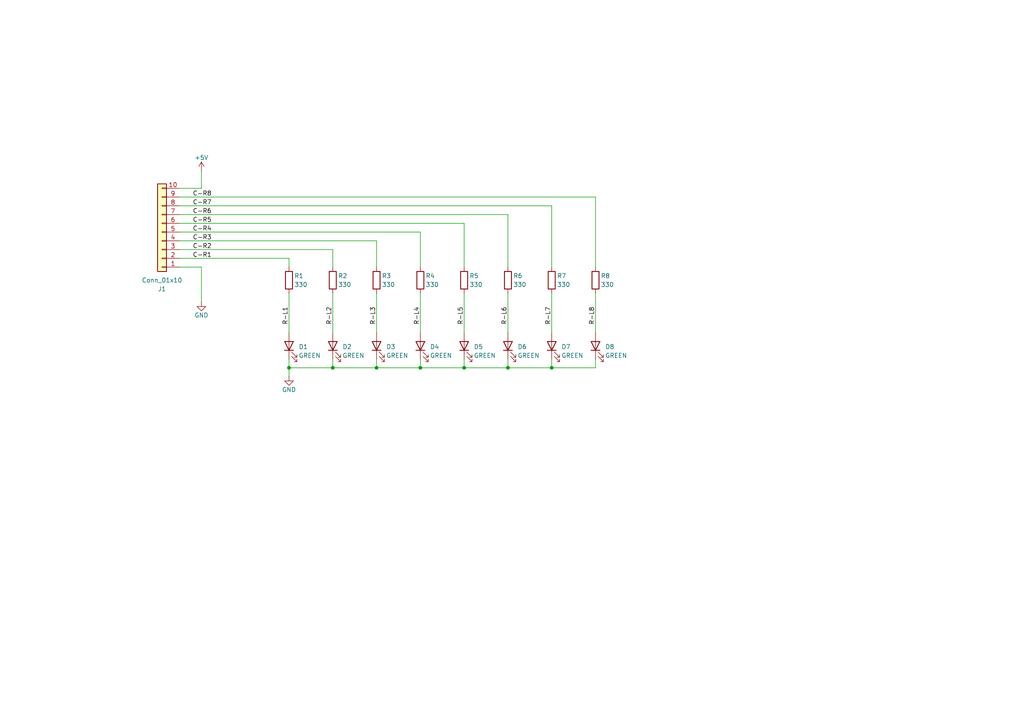
<source format=kicad_sch>
(kicad_sch (version 20250114) (generator "eeschema") (generator_version "9.0")
  (paper "A4")
  (title_block (title "LED MODULE") (date "2025-12-19") (rev "1.0.0") (company "Magz Industry") (comment 1 "Designed: John Jaime E. Magaipo"))
  (lib_symbols
    (symbol "0_Connector_Generic:Conn_01x10" (pin_names (offset 1.016) (hide yes))
      (property "Reference" "J" (at 0 12.7 0))
      (property "Value" "Conn_01x10" (at 0 -15.24 0))
      (symbol "Conn_01x10_1_1"
        (rectangle (start -1.27 11.43) (end 1.27 -13.97) (stroke (width 0.254)) (fill (type background)))
        (rectangle (start -1.27 10.287) (end 0 10.033) (stroke (width 0.1524)))
        (rectangle (start -1.27 7.747) (end 0 7.493) (stroke (width 0.1524)))
        (rectangle (start -1.27 5.207) (end 0 4.953) (stroke (width 0.1524)))
        (rectangle (start -1.27 2.667) (end 0 2.413) (stroke (width 0.1524)))
        (rectangle (start -1.27 0.127) (end 0 -0.127) (stroke (width 0.1524)))
        (rectangle (start -1.27 -2.413) (end 0 -2.667) (stroke (width 0.1524)))
        (rectangle (start -1.27 -4.953) (end 0 -5.207) (stroke (width 0.1524)))
        (rectangle (start -1.27 -7.493) (end 0 -7.747) (stroke (width 0.1524)))
        (rectangle (start -1.27 -10.033) (end 0 -10.287) (stroke (width 0.1524)))
        (rectangle (start -1.27 -12.573) (end 0 -12.827) (stroke (width 0.1524)))
        (pin passive line (at -5.08 10.16 0) (length 3.81) (name "Pin_1") (number "1"))
        (pin passive line (at -5.08 7.62 0) (length 3.81) (name "Pin_2") (number "2"))
        (pin passive line (at -5.08 5.08 0) (length 3.81) (name "Pin_3") (number "3"))
        (pin passive line (at -5.08 2.54 0) (length 3.81) (name "Pin_4") (number "4"))
        (pin passive line (at -5.08 0 0) (length 3.81) (name "Pin_5") (number "5"))
        (pin passive line (at -5.08 -2.54 0) (length 3.81) (name "Pin_6") (number "6"))
        (pin passive line (at -5.08 -5.08 0) (length 3.81) (name "Pin_7") (number "7"))
        (pin passive line (at -5.08 -7.62 0) (length 3.81) (name "Pin_8") (number "8"))
        (pin passive line (at -5.08 -10.16 0) (length 3.81) (name "Pin_9") (number "9"))
        (pin passive line (at -5.08 -12.7 0) (length 3.81) (name "Pin_10") (number "10"))
      )
    )
    (symbol "0_Led:LED" (pin_numbers (hide yes)) (pin_names (offset 1.016) (hide yes))
      (property "Reference" "D" (at 0 2.54 0))
      (property "Value" "GREEN" (at 0 -2.54 0))
      (symbol "LED_0_1"
        (polyline (pts (xy -3.048 -0.762) (xy -4.572 -2.286) (xy -3.81 -2.286) (xy -4.572 -2.286) (xy -4.572 -1.524)))
        (polyline (pts (xy -1.778 -0.762) (xy -3.302 -2.286) (xy -2.54 -2.286) (xy -3.302 -2.286) (xy -3.302 -1.524)))
        (polyline (pts (xy -1.27 0) (xy 1.27 0)))
        (polyline (pts (xy -1.27 -1.27) (xy -1.27 1.27)) (stroke (width 0.254)))
        (polyline (pts (xy 1.27 -1.27) (xy 1.27 1.27) (xy -1.27 0) (xy 1.27 -1.27)) (stroke (width 0.254)))
      )
      (symbol "LED_1_1"
        (pin passive line (at -3.81 0 0) (length 2.54) (name "K") (number "1"))
        (pin passive line (at 3.81 0 180) (length 2.54) (name "A") (number "2"))
      )
    )
    (symbol "0_Resistor:R" (pin_numbers (hide yes)) (pin_names (offset 0))
      (property "Reference" "R" (at 2.032 0 90))
      (property "Value" "R" (at 0 0 90))
      (symbol "R_0_1"
        (rectangle (start -1.016 -2.54) (end 1.016 2.54) (stroke (width 0.254)))
      )
      (symbol "R_1_1"
        (pin passive line (at 0 3.81 270) (length 1.27) (name "~") (number "1"))
        (pin passive line (at 0 -3.81 90) (length 1.27) (name "~") (number "2"))
      )
    )
    (symbol "R_1" (pin_numbers (hide yes)) (pin_names (offset 0))
      (property "Reference" "R" (at 2.032 0 90))
      (property "Value" "330R" (at 0 0 90))
      (symbol "R_1_0_1"
        (rectangle (start -1.016 -2.54) (end 1.016 2.54) (stroke (width 0.254)))
      )
      (symbol "R_1_1_1"
        (pin passive line (at 0 3.81 270) (length 1.27) (name "~") (number "1"))
        (pin passive line (at 0 -3.81 90) (length 1.27) (name "~") (number "2"))
      )
    )
    (symbol "power:+5V" (power) (pin_numbers (hide yes)) (pin_names (offset 0) (hide yes))
      (property "Value" "+5V" (at 0 3.556 0))
      (symbol "+5V_0_1"
        (polyline (pts (xy -0.762 1.27) (xy 0 2.54)))
        (polyline (pts (xy 0 2.54) (xy 0.762 1.27)))
        (polyline (pts (xy 0 0) (xy 0 2.54)))
      )
      (symbol "+5V_1_1"
        (pin power_in line (at 0 0 90) (length 0) (name "~") (number "1"))
      )
    )
    (symbol "power:GND" (power) (pin_numbers (hide yes)) (pin_names (offset 0) (hide yes))
      (property "Value" "GND" (at 0 -3.81 0))
      (symbol "GND_0_1"
        (polyline (pts (xy 0 0) (xy 0 -1.27) (xy 1.27 -1.27) (xy 0 -2.54) (xy -1.27 -1.27) (xy 0 -1.27)))
      )
      (symbol "GND_1_1"
        (pin power_in line (at 0 0 270) (length 0) (name "~") (number "1"))
      )
    )
  )
  (junction (at 160.02 106.68))
  (junction (at 134.62 106.68))
  (junction (at 147.32 106.68))
  (junction (at 109.22 106.68))
  (junction (at 96.52 106.68))
  (junction (at 121.92 106.68))
  (junction (at 83.82 106.68))
  (wire (pts (xy 121.92 106.68) (xy 134.62 106.68)))
  (wire (pts (xy 147.32 62.23) (xy 147.32 77.47)))
  (wire (pts (xy 96.52 104.14) (xy 96.52 106.68)))
  (wire (pts (xy 134.62 64.77) (xy 134.62 77.47)))
  (wire (pts (xy 96.52 106.68) (xy 109.22 106.68)))
  (wire (pts (xy 121.92 85.09) (xy 121.92 96.52)))
  (wire (pts (xy 109.22 69.85) (xy 109.22 77.47)))
  (wire (pts (xy 121.92 104.14) (xy 121.92 106.68)))
  (wire (pts (xy 52.07 77.47) (xy 58.42 77.47)))
  (wire (pts (xy 52.07 62.23) (xy 147.32 62.23)))
  (wire (pts (xy 147.32 104.14) (xy 147.32 106.68)))
  (wire (pts (xy 134.62 64.77) (xy 52.07 64.77)))
  (wire (pts (xy 134.62 104.14) (xy 134.62 106.68)))
  (wire (pts (xy 96.52 85.09) (xy 96.52 96.52)))
  (wire (pts (xy 109.22 104.14) (xy 109.22 106.68)))
  (wire (pts (xy 160.02 106.68) (xy 172.72 106.68)))
  (wire (pts (xy 83.82 106.68) (xy 83.82 109.22)))
  (wire (pts (xy 58.42 54.61) (xy 58.42 49.53)))
  (wire (pts (xy 52.07 59.69) (xy 160.02 59.69)))
  (wire (pts (xy 58.42 77.47) (xy 58.42 87.63)))
  (wire (pts (xy 172.72 85.09) (xy 172.72 96.52)))
  (wire (pts (xy 172.72 57.15) (xy 172.72 77.47)))
  (wire (pts (xy 160.02 104.14) (xy 160.02 106.68)))
  (wire (pts (xy 83.82 104.14) (xy 83.82 106.68)))
  (wire (pts (xy 52.07 57.15) (xy 172.72 57.15)))
  (wire (pts (xy 96.52 72.39) (xy 96.52 77.47)))
  (wire (pts (xy 52.07 67.31) (xy 121.92 67.31)))
  (wire (pts (xy 109.22 69.85) (xy 52.07 69.85)))
  (wire (pts (xy 109.22 85.09) (xy 109.22 96.52)))
  (wire (pts (xy 83.82 106.68) (xy 96.52 106.68)))
  (wire (pts (xy 52.07 72.39) (xy 96.52 72.39)))
  (wire (pts (xy 52.07 54.61) (xy 58.42 54.61)))
  (wire (pts (xy 134.62 85.09) (xy 134.62 96.52)))
  (wire (pts (xy 172.72 104.14) (xy 172.72 106.68)))
  (wire (pts (xy 160.02 59.69) (xy 160.02 77.47)))
  (wire (pts (xy 109.22 106.68) (xy 121.92 106.68)))
  (wire (pts (xy 134.62 106.68) (xy 147.32 106.68)))
  (wire (pts (xy 147.32 106.68) (xy 160.02 106.68)))
  (wire (pts (xy 121.92 67.31) (xy 121.92 77.47)))
  (wire (pts (xy 147.32 85.09) (xy 147.32 96.52)))
  (wire (pts (xy 160.02 85.09) (xy 160.02 96.52)))
  (wire (pts (xy 83.82 85.09) (xy 83.82 96.52)))
  (wire (pts (xy 83.82 77.47) (xy 83.82 74.93)))
  (wire (pts (xy 83.82 74.93) (xy 52.07 74.93)))
  (label "R-L6" (at 147.32 88.9 270))
  (label "R-L8" (at 172.72 88.9 270))
  (label "R-L1" (at 83.82 88.9 270))
  (label "C-R2" (at 55.88 72.39 0))
  (label "R-L7" (at 160.02 88.9 270))
  (label "C-R3" (at 55.88 69.85 0))
  (label "R-L3" (at 109.22 88.9 270))
  (label "C-R7" (at 55.88 59.69 0))
  (label "C-R6" (at 55.88 62.23 0))
  (label "R-L2" (at 96.52 88.9 270))
  (label "R-L4" (at 121.92 88.9 270))
  (label "R-L5" (at 134.62 88.9 270))
  (label "C-R1" (at 55.88 74.93 0))
  (label "C-R4" (at 55.88 67.31 0))
  (label "C-R5" (at 55.88 64.77 0))
  (label "C-R8" (at 55.88 57.15 0))
  (symbol (lib_id "0_Resistor:R") (at 172.72 81.28 0) (unit 1)
    (property "Reference" "R8" (at 174.244 80.01 0) (effects (justify left)))
    (property "Value" "330" (at 174.244 82.55 0) (effects (justify left)))
    (property "Footprint" "0_Resistor:R_0805_2012Metric" (effects (hide yes)))
    (property "Description" "Resistor" (effects (hide yes)))
  )
  (symbol (lib_id "0_Resistor:R") (at 134.62 81.28 0) (unit 1)
    (property "Reference" "R5" (at 136.144 80.01 0) (effects (justify left)))
    (property "Value" "330" (at 136.144 82.55 0) (effects (justify left)))
    (property "Footprint" "0_Resistor:R_0805_2012Metric" (effects (hide yes)))
    (property "Description" "Resistor" (effects (hide yes)))
  )
  (symbol (lib_id "0_Led:LED") (at 96.52 100.33 90) (unit 1)
    (property "Reference" "D2" (at 99.314 100.584 90) (effects (justify right)))
    (property "Value" "GREEN" (at 99.314 103.124 90) (effects (justify right)))
    (property "Footprint" "0_Led:LED_0805_2012Metric" (effects (hide yes)))
    (property "Description" "100mW 120° 2.6V~3.1V 430mcd 513nm~528nm 525nm 5mA Emerald Green 0805" (effects (hide yes)))
    (property "MFR.Part #" " KT-0805G" (effects (hide yes)))
    (property "JLCPCB Part #" "C2297" (effects (hide yes)))
    (property "Package" "0805" (effects (hide yes)))
  )
  (symbol (lib_id "0_Led:LED") (at 160.02 100.33 90) (unit 1)
    (property "Reference" "D7" (at 162.814 100.584 90) (effects (justify right)))
    (property "Value" "GREEN" (at 162.814 103.124 90) (effects (justify right)))
    (property "Footprint" "0_Led:LED_0805_2012Metric" (effects (hide yes)))
    (property "Description" "100mW 120° 2.6V~3.1V 430mcd 513nm~528nm 525nm 5mA Emerald Green 0805" (effects (hide yes)))
    (property "MFR.Part #" " KT-0805G" (effects (hide yes)))
    (property "JLCPCB Part #" "C2297" (effects (hide yes)))
    (property "Package" "0805" (effects (hide yes)))
  )
  (symbol (lib_name "R_1") (lib_id "0_Resistor:R") (at 83.82 81.28 0) (unit 1)
    (property "Reference" "R1" (at 85.344 80.01 0) (effects (justify left)))
    (property "Value" "330" (at 85.344 82.55 0) (effects (justify left)))
    (property "Footprint" "0_Resistor:R_0805_2012Metric" (effects (hide yes)))
    (property "Description" "125mW 150V 330Ω Thick Film Resistor ±1% ±100ppm/℃ 0805" (effects (hide yes)))
    (property "MFR.Part #" "0805W8F3300T5E" (effects (hide yes)))
    (property "JLCPCB Part #" "C17630" (effects (hide yes)))
    (property "Package" "0805" (effects (hide yes)))
  )
  (symbol (lib_id "0_Led:LED") (at 147.32 100.33 90) (unit 1)
    (property "Reference" "D6" (at 150.114 100.584 90) (effects (justify right)))
    (property "Value" "GREEN" (at 150.114 103.124 90) (effects (justify right)))
    (property "Footprint" "0_Led:LED_0805_2012Metric" (effects (hide yes)))
    (property "Description" "100mW 120° 2.6V~3.1V 430mcd 513nm~528nm 525nm 5mA Emerald Green 0805" (effects (hide yes)))
    (property "MFR.Part #" " KT-0805G" (effects (hide yes)))
    (property "JLCPCB Part #" "C2297" (effects (hide yes)))
    (property "Package" "0805" (effects (hide yes)))
  )
  (symbol (lib_id "0_Led:LED") (at 121.92 100.33 90) (unit 1)
    (property "Reference" "D4" (at 124.714 100.584 90) (effects (justify right)))
    (property "Value" "GREEN" (at 124.714 103.124 90) (effects (justify right)))
    (property "Footprint" "0_Led:LED_0805_2012Metric" (effects (hide yes)))
    (property "Description" "100mW 120° 2.6V~3.1V 430mcd 513nm~528nm 525nm 5mA Emerald Green 0805" (effects (hide yes)))
    (property "MFR.Part #" " KT-0805G" (effects (hide yes)))
    (property "JLCPCB Part #" "C2297" (effects (hide yes)))
    (property "Package" "0805" (effects (hide yes)))
  )
  (symbol (lib_id "0_Resistor:R") (at 160.02 81.28 0) (unit 1)
    (property "Reference" "R7" (at 161.544 80.01 0) (effects (justify left)))
    (property "Value" "330" (at 161.544 82.55 0) (effects (justify left)))
    (property "Footprint" "0_Resistor:R_0805_2012Metric" (effects (hide yes)))
    (property "Description" "Resistor" (effects (hide yes)))
  )
  (symbol (lib_id "0_Led:LED") (at 172.72 100.33 90) (unit 1)
    (property "Reference" "D8" (at 175.514 100.584 90) (effects (justify right)))
    (property "Value" "GREEN" (at 175.514 103.124 90) (effects (justify right)))
    (property "Footprint" "0_Led:LED_0805_2012Metric" (effects (hide yes)))
    (property "Description" "100mW 120° 2.6V~3.1V 430mcd 513nm~528nm 525nm 5mA Emerald Green 0805" (effects (hide yes)))
    (property "MFR.Part #" " KT-0805G" (effects (hide yes)))
    (property "JLCPCB Part #" "C2297" (effects (hide yes)))
    (property "Package" "0805" (effects (hide yes)))
  )
  (symbol (lib_id "0_Led:LED") (at 83.82 100.33 90) (unit 1)
    (property "Reference" "D1" (at 86.614 100.584 90) (effects (justify right)))
    (property "Value" "GREEN" (at 86.614 103.124 90) (effects (justify right)))
    (property "Footprint" "0_Led:LED_0805_2012Metric" (effects (hide yes)))
    (property "Description" "100mW 120° 2.6V~3.1V 430mcd 513nm~528nm 525nm 5mA Emerald Green 0805" (effects (hide yes)))
    (property "MFR.Part #" " KT-0805G" (effects (hide yes)))
    (property "JLCPCB Part #" "C2297" (effects (hide yes)))
    (property "Package" "0805" (effects (hide yes)))
  )
  (symbol (lib_id "power:+5V") (at 58.42 49.53 0) (unit 1)
    (property "Reference" "#PWR03" (effects (hide yes)))
    (property "Value" "+5V" (at 58.42 45.72 0))
    (property "Description" "Power symbol creates a global label with name \"+5V\"" (effects (hide yes)))
  )
  (symbol (lib_id "0_Led:LED") (at 109.22 100.33 90) (unit 1)
    (property "Reference" "D3" (at 112.014 100.584 90) (effects (justify right)))
    (property "Value" "GREEN" (at 112.014 103.124 90) (effects (justify right)))
    (property "Footprint" "0_Led:LED_0805_2012Metric" (effects (hide yes)))
    (property "Description" "100mW 120° 2.6V~3.1V 430mcd 513nm~528nm 525nm 5mA Emerald Green 0805" (effects (hide yes)))
    (property "MFR.Part #" " KT-0805G" (effects (hide yes)))
    (property "JLCPCB Part #" "C2297" (effects (hide yes)))
    (property "Package" "0805" (effects (hide yes)))
  )
  (symbol (lib_id "power:GND") (at 83.82 109.22 0) (unit 1)
    (property "Reference" "#PWR01" (effects (hide yes)))
    (property "Value" "GND" (at 83.82 113.03 0))
    (property "Description" "Power symbol creates a global label with name \"GND\" , ground" (effects (hide yes)))
  )
  (symbol (lib_id "0_Connector_Generic:Conn_01x10") (at 46.99 67.31 180) (unit 1)
    (property "Reference" "J1" (at 46.99 83.82 0))
    (property "Value" "Conn_01x10" (at 46.99 81.28 0))
    (property "Footprint" "0_Connector_Generic:PinHeader_1x10_P2.54mm_Vertical" (effects (hide yes)))
    (property "Description" "10P 1x10P 2.54mm 2.5mm 3mm 6mm Black Brass Pin Header Through Hole Plugin" (effects (hide yes)))
    (property "MFR.Part #" "PZ254V-11-10P" (effects (hide yes)))
    (property "JLCPCB Part #" "C492409" (effects (hide yes)))
    (property "Package" "Plugin,P=2.54mm" (effects (hide yes)))
  )
  (symbol (lib_id "0_Resistor:R") (at 121.92 81.28 0) (unit 1)
    (property "Reference" "R4" (at 123.444 80.01 0) (effects (justify left)))
    (property "Value" "330" (at 123.444 82.55 0) (effects (justify left)))
    (property "Footprint" "0_Resistor:R_0805_2012Metric" (effects (hide yes)))
    (property "Description" "Resistor" (effects (hide yes)))
  )
  (symbol (lib_id "0_Resistor:R") (at 96.52 81.28 0) (unit 1)
    (property "Reference" "R2" (at 98.044 80.01 0) (effects (justify left)))
    (property "Value" "330" (at 98.044 82.55 0) (effects (justify left)))
    (property "Footprint" "0_Resistor:R_0805_2012Metric" (effects (hide yes)))
    (property "Description" "Resistor" (effects (hide yes)))
  )
  (symbol (lib_id "power:GND") (at 58.42 87.63 0) (unit 1)
    (property "Reference" "#PWR04" (effects (hide yes)))
    (property "Value" "GND" (at 58.42 91.44 0))
    (property "Description" "Power symbol creates a global label with name \"GND\" , ground" (effects (hide yes)))
  )
  (symbol (lib_id "0_Led:LED") (at 134.62 100.33 90) (unit 1)
    (property "Reference" "D5" (at 137.414 100.584 90) (effects (justify right)))
    (property "Value" "GREEN" (at 137.414 103.124 90) (effects (justify right)))
    (property "Footprint" "0_Led:LED_0805_2012Metric" (effects (hide yes)))
    (property "Description" "100mW 120° 2.6V~3.1V 430mcd 513nm~528nm 525nm 5mA Emerald Green 0805" (effects (hide yes)))
    (property "MFR.Part #" " KT-0805G" (effects (hide yes)))
    (property "JLCPCB Part #" "C2297" (effects (hide yes)))
    (property "Package" "0805" (effects (hide yes)))
  )
  (symbol (lib_id "0_Resistor:R") (at 109.22 81.28 0) (unit 1)
    (property "Reference" "R3" (at 110.744 80.01 0) (effects (justify left)))
    (property "Value" "330" (at 110.744 82.55 0) (effects (justify left)))
    (property "Footprint" "0_Resistor:R_0805_2012Metric" (effects (hide yes)))
    (property "Description" "Resistor" (effects (hide yes)))
  )
  (symbol (lib_id "0_Resistor:R") (at 147.32 81.28 0) (unit 1)
    (property "Reference" "R6" (at 148.844 80.01 0) (effects (justify left)))
    (property "Value" "330" (at 148.844 82.55 0) (effects (justify left)))
    (property "Footprint" "0_Resistor:R_0805_2012Metric" (effects (hide yes)))
    (property "Description" "Resistor" (effects (hide yes)))
  )
)
</source>
